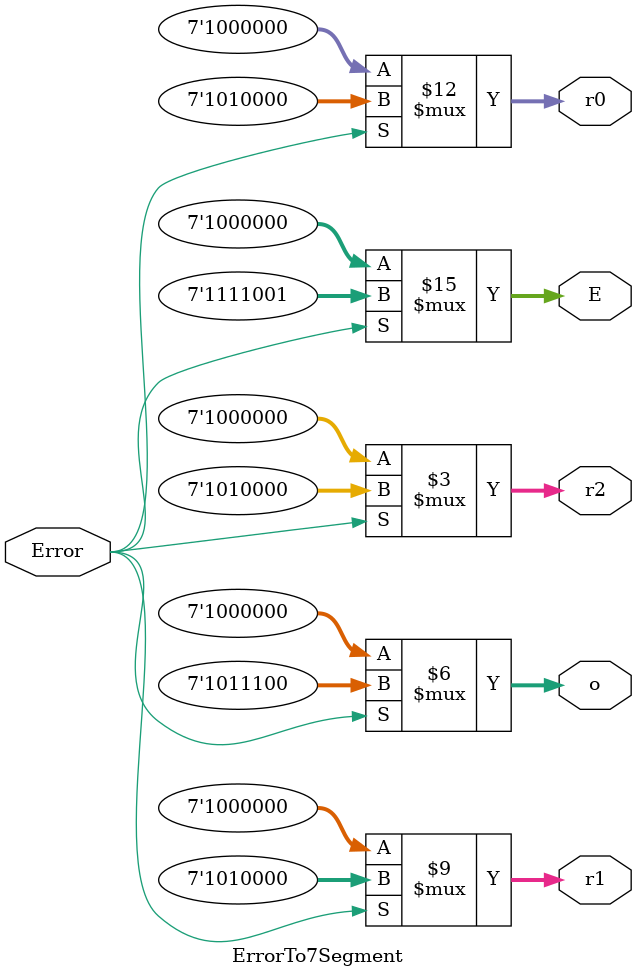
<source format=v>
/* 
*  In order to output 'Error' to 7-segment
*  Hexadecimal to 7-segment Encoder module declaration 
*/
module ErrorTo7Segment ( //Display the single digit on DE1 board
  input Error ,

  
  output reg [6:0] E,
  output reg [6:0] r0, 
  output reg [6:0] r1, 
  output reg [6:0] o, 
  output reg [6:0] r2  
 ) ;          
  
// When a bit in the output is high, the corresponding LED will be lit.
      always @(* ) begin          //when hex is active
        if (Error) begin
		         //gfedcba
          E = 7'b1111001;
          r0 = 7'b1010000;      // 0    Seg7
          r1 = 7'b1010000;      // 1    - a -
          o = 7'b1011100;       // 2   |     |
          r2 = 7'b1010000;      // 3   f     b
         end                    // 4   |     |
         else begin             // 5    - g -
          E = 7'b1000000;       // 6   |     |
          r0 = 7'b1000000;      // 7   e     c
          r1 = 7'b1000000;      // 8   |     |
          o = 7'b1000000;       // 9    - d -
          r2 = 7'b1000000; 
         end			 
      end
 endmodule  

</source>
